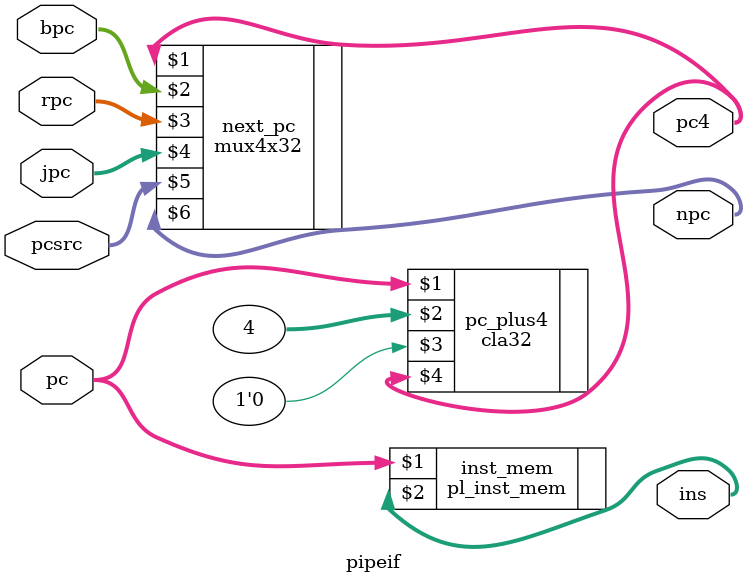
<source format=v>
/************************************************
  The Verilog HDL code example is from the book
  Computer Principles and Design in Verilog HDL
  by Yamin Li, published by A JOHN WILEY & SONS
************************************************/
module pipeif (pcsrc,pc,bpc,rpc,jpc,npc,pc4,ins);    // IF stage
    input  [31:0] pc;                                // program counter
    input  [31:0] bpc;                               // branch target
    input  [31:0] rpc;                               // jump target of jr
    input  [31:0] jpc;                               // jump target of j/jal
    input   [1:0] pcsrc;                             // next pc (npc) select
    output [31:0] npc;                               // next pc
    output [31:0] pc4;                               // pc + 4
    output [31:0] ins;                               // inst from inst mem
    mux4x32 next_pc (pc4,bpc,rpc,jpc,pcsrc,npc);     // npc select
    cla32  pc_plus4 (pc,32'h4,1'b0,pc4);             // pc + 4
    pl_inst_mem inst_mem (pc,ins);                   // inst mem
endmodule

</source>
